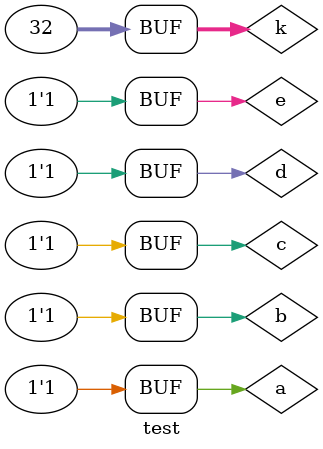
<source format=v>
module combo (input a, b, c, d, e,
            output z);
           
            assign z = ((a & b) | (c ^ d) & ~e);
endmodule

module test;

    reg a, b, c, d, e;
    wire z;
    integer k;
   
    combo u0 ( .a(a), .b(b), .c(c), .d(d), .e(e), .z(z) );
   
    initial begin
   
        a <= 0;
        b <= 0;
        c <= 0;
        d <= 0;
        e <= 0;

        $monitor ("a=%0b b=%0b c=%0b d=%0b e=%0b z=%0b", a, b, c, d, e, z);
   
        for (k = 0; k < 32; k = k + 1) begin
            {a, b, c, d, e} = k;
            #10;
        end
    end
endmodule
</source>
